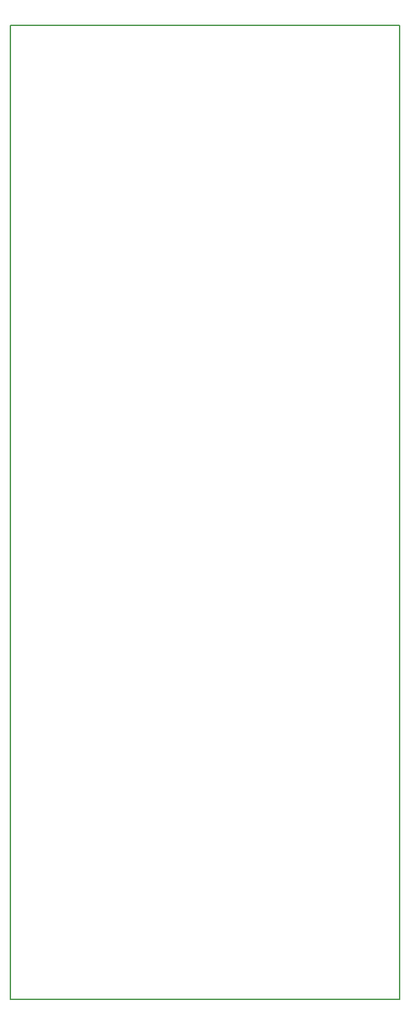
<source format=gbr>
G04 DipTrace 2.4.0.2*
%INBoardOutline.gbr*%
%MOIN*%
%ADD11C,0.0055*%
%FSLAX44Y44*%
G04*
G70*
G90*
G75*
G01*
%LNBoardOutline*%
%LPD*%
X3940Y3940D2*
D11*
X23940D1*
Y53940D1*
X3940D1*
Y3940D1*
M02*

</source>
